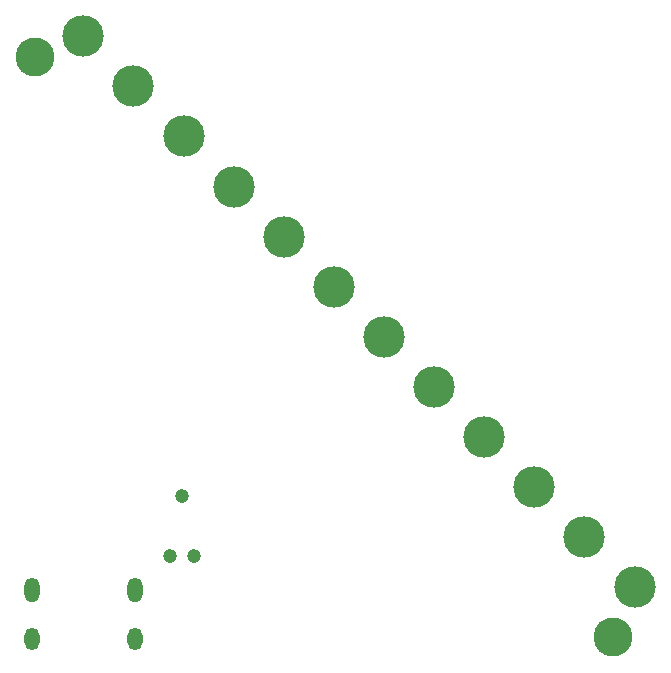
<source format=gbs>
G04 Layer: BottomSolderMaskLayer*
G04 EasyEDA v6.5.34, 2023-08-29 15:51:40*
G04 c19b9e491f004e949dcb7f38ecc8bf32,24d7ea87aaaa49e9b18beb810eddf566,10*
G04 Gerber Generator version 0.2*
G04 Scale: 100 percent, Rotated: No, Reflected: No *
G04 Dimensions in millimeters *
G04 leading zeros omitted , absolute positions ,4 integer and 5 decimal *
%FSLAX45Y45*%
%MOMM*%

%ADD10C,3.5016*%
%ADD11O,1.3015976000000002X1.9015964*%
%ADD12O,1.3015976000000002X2.1015960000000002*%
%ADD13C,1.1938*%
%ADD14C,3.3016*%

%LPD*%
D10*
G01*
X2232126Y714070D03*
G01*
X1807870Y1138326D03*
G01*
X1383614Y1562607D03*
G01*
X959357Y1986864D03*
G01*
X535076Y2411120D03*
G01*
X2656408Y289813D03*
G01*
X3080664Y-134442D03*
G01*
X3504920Y-558723D03*
G01*
X3929176Y-982954D03*
G01*
X4353432Y-1407236D03*
G01*
X110820Y2835376D03*
G01*
X-313436Y3259658D03*
D11*
G01*
X-743889Y-1844090D03*
G01*
X120116Y-1844090D03*
D12*
G01*
X120116Y-1426082D03*
G01*
X-743889Y-1426082D03*
D13*
G01*
X627913Y-1145387D03*
G01*
X424713Y-1145387D03*
G01*
X526313Y-637387D03*
D14*
G01*
X4171213Y-1831187D03*
G01*
X-718286Y3083712D03*
M02*

</source>
